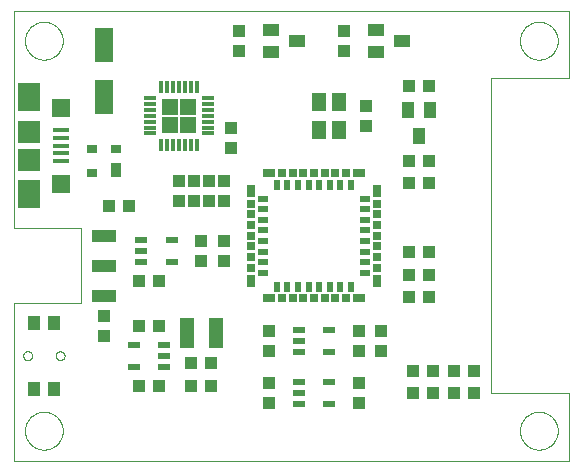
<source format=gtp>
G75*
%MOIN*%
%OFA0B0*%
%FSLAX25Y25*%
%IPPOS*%
%LPD*%
%AMOC8*
5,1,8,0,0,1.08239X$1,22.5*
%
%ADD10C,0.00000*%
%ADD11R,0.06299X0.11811*%
%ADD12R,0.03937X0.04331*%
%ADD13R,0.04331X0.03937*%
%ADD14R,0.05512X0.01575*%
%ADD15R,0.07480X0.07480*%
%ADD16R,0.07480X0.09449*%
%ADD17R,0.05906X0.06299*%
%ADD18R,0.07874X0.03937*%
%ADD19R,0.03543X0.03150*%
%ADD20R,0.03543X0.04724*%
%ADD21R,0.03307X0.01969*%
%ADD22R,0.01969X0.03307*%
%ADD23R,0.02559X0.04331*%
%ADD24R,0.02559X0.02559*%
%ADD25R,0.04331X0.02559*%
%ADD26R,0.05118X0.10039*%
%ADD27R,0.03937X0.04724*%
%ADD28R,0.05512X0.03937*%
%ADD29R,0.03937X0.05512*%
%ADD30R,0.01181X0.04134*%
%ADD31R,0.04134X0.01181*%
%ADD32R,0.05315X0.05315*%
%ADD33R,0.03937X0.02165*%
%ADD34R,0.04724X0.05906*%
D10*
X0017291Y0035785D02*
X0017291Y0088285D01*
X0039791Y0088285D01*
X0039791Y0113285D01*
X0017291Y0113285D01*
X0017291Y0185785D01*
X0202291Y0185785D01*
X0202291Y0163285D01*
X0176291Y0163285D01*
X0176291Y0058285D01*
X0202291Y0058285D01*
X0202291Y0035785D01*
X0017291Y0035785D01*
X0020992Y0045785D02*
X0020994Y0045943D01*
X0021000Y0046101D01*
X0021010Y0046259D01*
X0021024Y0046417D01*
X0021042Y0046574D01*
X0021063Y0046731D01*
X0021089Y0046887D01*
X0021119Y0047043D01*
X0021152Y0047198D01*
X0021190Y0047351D01*
X0021231Y0047504D01*
X0021276Y0047656D01*
X0021325Y0047807D01*
X0021378Y0047956D01*
X0021434Y0048104D01*
X0021494Y0048250D01*
X0021558Y0048395D01*
X0021626Y0048538D01*
X0021697Y0048680D01*
X0021771Y0048820D01*
X0021849Y0048957D01*
X0021931Y0049093D01*
X0022015Y0049227D01*
X0022104Y0049358D01*
X0022195Y0049487D01*
X0022290Y0049614D01*
X0022387Y0049739D01*
X0022488Y0049861D01*
X0022592Y0049980D01*
X0022699Y0050097D01*
X0022809Y0050211D01*
X0022922Y0050322D01*
X0023037Y0050431D01*
X0023155Y0050536D01*
X0023276Y0050638D01*
X0023399Y0050738D01*
X0023525Y0050834D01*
X0023653Y0050927D01*
X0023783Y0051017D01*
X0023916Y0051103D01*
X0024051Y0051187D01*
X0024187Y0051266D01*
X0024326Y0051343D01*
X0024467Y0051415D01*
X0024609Y0051485D01*
X0024753Y0051550D01*
X0024899Y0051612D01*
X0025046Y0051670D01*
X0025195Y0051725D01*
X0025345Y0051776D01*
X0025496Y0051823D01*
X0025648Y0051866D01*
X0025801Y0051905D01*
X0025956Y0051941D01*
X0026111Y0051972D01*
X0026267Y0052000D01*
X0026423Y0052024D01*
X0026580Y0052044D01*
X0026738Y0052060D01*
X0026895Y0052072D01*
X0027054Y0052080D01*
X0027212Y0052084D01*
X0027370Y0052084D01*
X0027528Y0052080D01*
X0027687Y0052072D01*
X0027844Y0052060D01*
X0028002Y0052044D01*
X0028159Y0052024D01*
X0028315Y0052000D01*
X0028471Y0051972D01*
X0028626Y0051941D01*
X0028781Y0051905D01*
X0028934Y0051866D01*
X0029086Y0051823D01*
X0029237Y0051776D01*
X0029387Y0051725D01*
X0029536Y0051670D01*
X0029683Y0051612D01*
X0029829Y0051550D01*
X0029973Y0051485D01*
X0030115Y0051415D01*
X0030256Y0051343D01*
X0030395Y0051266D01*
X0030531Y0051187D01*
X0030666Y0051103D01*
X0030799Y0051017D01*
X0030929Y0050927D01*
X0031057Y0050834D01*
X0031183Y0050738D01*
X0031306Y0050638D01*
X0031427Y0050536D01*
X0031545Y0050431D01*
X0031660Y0050322D01*
X0031773Y0050211D01*
X0031883Y0050097D01*
X0031990Y0049980D01*
X0032094Y0049861D01*
X0032195Y0049739D01*
X0032292Y0049614D01*
X0032387Y0049487D01*
X0032478Y0049358D01*
X0032567Y0049227D01*
X0032651Y0049093D01*
X0032733Y0048957D01*
X0032811Y0048820D01*
X0032885Y0048680D01*
X0032956Y0048538D01*
X0033024Y0048395D01*
X0033088Y0048250D01*
X0033148Y0048104D01*
X0033204Y0047956D01*
X0033257Y0047807D01*
X0033306Y0047656D01*
X0033351Y0047504D01*
X0033392Y0047351D01*
X0033430Y0047198D01*
X0033463Y0047043D01*
X0033493Y0046887D01*
X0033519Y0046731D01*
X0033540Y0046574D01*
X0033558Y0046417D01*
X0033572Y0046259D01*
X0033582Y0046101D01*
X0033588Y0045943D01*
X0033590Y0045785D01*
X0033588Y0045627D01*
X0033582Y0045469D01*
X0033572Y0045311D01*
X0033558Y0045153D01*
X0033540Y0044996D01*
X0033519Y0044839D01*
X0033493Y0044683D01*
X0033463Y0044527D01*
X0033430Y0044372D01*
X0033392Y0044219D01*
X0033351Y0044066D01*
X0033306Y0043914D01*
X0033257Y0043763D01*
X0033204Y0043614D01*
X0033148Y0043466D01*
X0033088Y0043320D01*
X0033024Y0043175D01*
X0032956Y0043032D01*
X0032885Y0042890D01*
X0032811Y0042750D01*
X0032733Y0042613D01*
X0032651Y0042477D01*
X0032567Y0042343D01*
X0032478Y0042212D01*
X0032387Y0042083D01*
X0032292Y0041956D01*
X0032195Y0041831D01*
X0032094Y0041709D01*
X0031990Y0041590D01*
X0031883Y0041473D01*
X0031773Y0041359D01*
X0031660Y0041248D01*
X0031545Y0041139D01*
X0031427Y0041034D01*
X0031306Y0040932D01*
X0031183Y0040832D01*
X0031057Y0040736D01*
X0030929Y0040643D01*
X0030799Y0040553D01*
X0030666Y0040467D01*
X0030531Y0040383D01*
X0030395Y0040304D01*
X0030256Y0040227D01*
X0030115Y0040155D01*
X0029973Y0040085D01*
X0029829Y0040020D01*
X0029683Y0039958D01*
X0029536Y0039900D01*
X0029387Y0039845D01*
X0029237Y0039794D01*
X0029086Y0039747D01*
X0028934Y0039704D01*
X0028781Y0039665D01*
X0028626Y0039629D01*
X0028471Y0039598D01*
X0028315Y0039570D01*
X0028159Y0039546D01*
X0028002Y0039526D01*
X0027844Y0039510D01*
X0027687Y0039498D01*
X0027528Y0039490D01*
X0027370Y0039486D01*
X0027212Y0039486D01*
X0027054Y0039490D01*
X0026895Y0039498D01*
X0026738Y0039510D01*
X0026580Y0039526D01*
X0026423Y0039546D01*
X0026267Y0039570D01*
X0026111Y0039598D01*
X0025956Y0039629D01*
X0025801Y0039665D01*
X0025648Y0039704D01*
X0025496Y0039747D01*
X0025345Y0039794D01*
X0025195Y0039845D01*
X0025046Y0039900D01*
X0024899Y0039958D01*
X0024753Y0040020D01*
X0024609Y0040085D01*
X0024467Y0040155D01*
X0024326Y0040227D01*
X0024187Y0040304D01*
X0024051Y0040383D01*
X0023916Y0040467D01*
X0023783Y0040553D01*
X0023653Y0040643D01*
X0023525Y0040736D01*
X0023399Y0040832D01*
X0023276Y0040932D01*
X0023155Y0041034D01*
X0023037Y0041139D01*
X0022922Y0041248D01*
X0022809Y0041359D01*
X0022699Y0041473D01*
X0022592Y0041590D01*
X0022488Y0041709D01*
X0022387Y0041831D01*
X0022290Y0041956D01*
X0022195Y0042083D01*
X0022104Y0042212D01*
X0022015Y0042343D01*
X0021931Y0042477D01*
X0021849Y0042613D01*
X0021771Y0042750D01*
X0021697Y0042890D01*
X0021626Y0043032D01*
X0021558Y0043175D01*
X0021494Y0043320D01*
X0021434Y0043466D01*
X0021378Y0043614D01*
X0021325Y0043763D01*
X0021276Y0043914D01*
X0021231Y0044066D01*
X0021190Y0044219D01*
X0021152Y0044372D01*
X0021119Y0044527D01*
X0021089Y0044683D01*
X0021063Y0044839D01*
X0021042Y0044996D01*
X0021024Y0045153D01*
X0021010Y0045311D01*
X0021000Y0045469D01*
X0020994Y0045627D01*
X0020992Y0045785D01*
X0020402Y0070785D02*
X0020404Y0070862D01*
X0020410Y0070938D01*
X0020420Y0071014D01*
X0020434Y0071089D01*
X0020451Y0071164D01*
X0020473Y0071237D01*
X0020498Y0071310D01*
X0020528Y0071381D01*
X0020560Y0071450D01*
X0020597Y0071517D01*
X0020636Y0071583D01*
X0020679Y0071646D01*
X0020726Y0071707D01*
X0020775Y0071766D01*
X0020828Y0071822D01*
X0020883Y0071875D01*
X0020941Y0071925D01*
X0021001Y0071972D01*
X0021064Y0072016D01*
X0021129Y0072057D01*
X0021196Y0072094D01*
X0021265Y0072128D01*
X0021335Y0072158D01*
X0021407Y0072184D01*
X0021481Y0072206D01*
X0021555Y0072225D01*
X0021630Y0072240D01*
X0021706Y0072251D01*
X0021782Y0072258D01*
X0021859Y0072261D01*
X0021935Y0072260D01*
X0022012Y0072255D01*
X0022088Y0072246D01*
X0022164Y0072233D01*
X0022238Y0072216D01*
X0022312Y0072196D01*
X0022385Y0072171D01*
X0022456Y0072143D01*
X0022526Y0072111D01*
X0022594Y0072076D01*
X0022660Y0072037D01*
X0022724Y0071995D01*
X0022785Y0071949D01*
X0022845Y0071900D01*
X0022901Y0071849D01*
X0022955Y0071794D01*
X0023006Y0071737D01*
X0023054Y0071677D01*
X0023099Y0071615D01*
X0023140Y0071550D01*
X0023178Y0071484D01*
X0023213Y0071416D01*
X0023243Y0071345D01*
X0023271Y0071274D01*
X0023294Y0071201D01*
X0023314Y0071127D01*
X0023330Y0071052D01*
X0023342Y0070976D01*
X0023350Y0070900D01*
X0023354Y0070823D01*
X0023354Y0070747D01*
X0023350Y0070670D01*
X0023342Y0070594D01*
X0023330Y0070518D01*
X0023314Y0070443D01*
X0023294Y0070369D01*
X0023271Y0070296D01*
X0023243Y0070225D01*
X0023213Y0070154D01*
X0023178Y0070086D01*
X0023140Y0070020D01*
X0023099Y0069955D01*
X0023054Y0069893D01*
X0023006Y0069833D01*
X0022955Y0069776D01*
X0022901Y0069721D01*
X0022845Y0069670D01*
X0022785Y0069621D01*
X0022724Y0069575D01*
X0022660Y0069533D01*
X0022594Y0069494D01*
X0022526Y0069459D01*
X0022456Y0069427D01*
X0022385Y0069399D01*
X0022312Y0069374D01*
X0022238Y0069354D01*
X0022164Y0069337D01*
X0022088Y0069324D01*
X0022012Y0069315D01*
X0021935Y0069310D01*
X0021859Y0069309D01*
X0021782Y0069312D01*
X0021706Y0069319D01*
X0021630Y0069330D01*
X0021555Y0069345D01*
X0021481Y0069364D01*
X0021407Y0069386D01*
X0021335Y0069412D01*
X0021265Y0069442D01*
X0021196Y0069476D01*
X0021129Y0069513D01*
X0021064Y0069554D01*
X0021001Y0069598D01*
X0020941Y0069645D01*
X0020883Y0069695D01*
X0020828Y0069748D01*
X0020775Y0069804D01*
X0020726Y0069863D01*
X0020679Y0069924D01*
X0020636Y0069987D01*
X0020597Y0070053D01*
X0020560Y0070120D01*
X0020528Y0070189D01*
X0020498Y0070260D01*
X0020473Y0070333D01*
X0020451Y0070406D01*
X0020434Y0070481D01*
X0020420Y0070556D01*
X0020410Y0070632D01*
X0020404Y0070708D01*
X0020402Y0070785D01*
X0031229Y0070785D02*
X0031231Y0070862D01*
X0031237Y0070938D01*
X0031247Y0071014D01*
X0031261Y0071089D01*
X0031278Y0071164D01*
X0031300Y0071237D01*
X0031325Y0071310D01*
X0031355Y0071381D01*
X0031387Y0071450D01*
X0031424Y0071517D01*
X0031463Y0071583D01*
X0031506Y0071646D01*
X0031553Y0071707D01*
X0031602Y0071766D01*
X0031655Y0071822D01*
X0031710Y0071875D01*
X0031768Y0071925D01*
X0031828Y0071972D01*
X0031891Y0072016D01*
X0031956Y0072057D01*
X0032023Y0072094D01*
X0032092Y0072128D01*
X0032162Y0072158D01*
X0032234Y0072184D01*
X0032308Y0072206D01*
X0032382Y0072225D01*
X0032457Y0072240D01*
X0032533Y0072251D01*
X0032609Y0072258D01*
X0032686Y0072261D01*
X0032762Y0072260D01*
X0032839Y0072255D01*
X0032915Y0072246D01*
X0032991Y0072233D01*
X0033065Y0072216D01*
X0033139Y0072196D01*
X0033212Y0072171D01*
X0033283Y0072143D01*
X0033353Y0072111D01*
X0033421Y0072076D01*
X0033487Y0072037D01*
X0033551Y0071995D01*
X0033612Y0071949D01*
X0033672Y0071900D01*
X0033728Y0071849D01*
X0033782Y0071794D01*
X0033833Y0071737D01*
X0033881Y0071677D01*
X0033926Y0071615D01*
X0033967Y0071550D01*
X0034005Y0071484D01*
X0034040Y0071416D01*
X0034070Y0071345D01*
X0034098Y0071274D01*
X0034121Y0071201D01*
X0034141Y0071127D01*
X0034157Y0071052D01*
X0034169Y0070976D01*
X0034177Y0070900D01*
X0034181Y0070823D01*
X0034181Y0070747D01*
X0034177Y0070670D01*
X0034169Y0070594D01*
X0034157Y0070518D01*
X0034141Y0070443D01*
X0034121Y0070369D01*
X0034098Y0070296D01*
X0034070Y0070225D01*
X0034040Y0070154D01*
X0034005Y0070086D01*
X0033967Y0070020D01*
X0033926Y0069955D01*
X0033881Y0069893D01*
X0033833Y0069833D01*
X0033782Y0069776D01*
X0033728Y0069721D01*
X0033672Y0069670D01*
X0033612Y0069621D01*
X0033551Y0069575D01*
X0033487Y0069533D01*
X0033421Y0069494D01*
X0033353Y0069459D01*
X0033283Y0069427D01*
X0033212Y0069399D01*
X0033139Y0069374D01*
X0033065Y0069354D01*
X0032991Y0069337D01*
X0032915Y0069324D01*
X0032839Y0069315D01*
X0032762Y0069310D01*
X0032686Y0069309D01*
X0032609Y0069312D01*
X0032533Y0069319D01*
X0032457Y0069330D01*
X0032382Y0069345D01*
X0032308Y0069364D01*
X0032234Y0069386D01*
X0032162Y0069412D01*
X0032092Y0069442D01*
X0032023Y0069476D01*
X0031956Y0069513D01*
X0031891Y0069554D01*
X0031828Y0069598D01*
X0031768Y0069645D01*
X0031710Y0069695D01*
X0031655Y0069748D01*
X0031602Y0069804D01*
X0031553Y0069863D01*
X0031506Y0069924D01*
X0031463Y0069987D01*
X0031424Y0070053D01*
X0031387Y0070120D01*
X0031355Y0070189D01*
X0031325Y0070260D01*
X0031300Y0070333D01*
X0031278Y0070406D01*
X0031261Y0070481D01*
X0031247Y0070556D01*
X0031237Y0070632D01*
X0031231Y0070708D01*
X0031229Y0070785D01*
X0020992Y0175785D02*
X0020994Y0175943D01*
X0021000Y0176101D01*
X0021010Y0176259D01*
X0021024Y0176417D01*
X0021042Y0176574D01*
X0021063Y0176731D01*
X0021089Y0176887D01*
X0021119Y0177043D01*
X0021152Y0177198D01*
X0021190Y0177351D01*
X0021231Y0177504D01*
X0021276Y0177656D01*
X0021325Y0177807D01*
X0021378Y0177956D01*
X0021434Y0178104D01*
X0021494Y0178250D01*
X0021558Y0178395D01*
X0021626Y0178538D01*
X0021697Y0178680D01*
X0021771Y0178820D01*
X0021849Y0178957D01*
X0021931Y0179093D01*
X0022015Y0179227D01*
X0022104Y0179358D01*
X0022195Y0179487D01*
X0022290Y0179614D01*
X0022387Y0179739D01*
X0022488Y0179861D01*
X0022592Y0179980D01*
X0022699Y0180097D01*
X0022809Y0180211D01*
X0022922Y0180322D01*
X0023037Y0180431D01*
X0023155Y0180536D01*
X0023276Y0180638D01*
X0023399Y0180738D01*
X0023525Y0180834D01*
X0023653Y0180927D01*
X0023783Y0181017D01*
X0023916Y0181103D01*
X0024051Y0181187D01*
X0024187Y0181266D01*
X0024326Y0181343D01*
X0024467Y0181415D01*
X0024609Y0181485D01*
X0024753Y0181550D01*
X0024899Y0181612D01*
X0025046Y0181670D01*
X0025195Y0181725D01*
X0025345Y0181776D01*
X0025496Y0181823D01*
X0025648Y0181866D01*
X0025801Y0181905D01*
X0025956Y0181941D01*
X0026111Y0181972D01*
X0026267Y0182000D01*
X0026423Y0182024D01*
X0026580Y0182044D01*
X0026738Y0182060D01*
X0026895Y0182072D01*
X0027054Y0182080D01*
X0027212Y0182084D01*
X0027370Y0182084D01*
X0027528Y0182080D01*
X0027687Y0182072D01*
X0027844Y0182060D01*
X0028002Y0182044D01*
X0028159Y0182024D01*
X0028315Y0182000D01*
X0028471Y0181972D01*
X0028626Y0181941D01*
X0028781Y0181905D01*
X0028934Y0181866D01*
X0029086Y0181823D01*
X0029237Y0181776D01*
X0029387Y0181725D01*
X0029536Y0181670D01*
X0029683Y0181612D01*
X0029829Y0181550D01*
X0029973Y0181485D01*
X0030115Y0181415D01*
X0030256Y0181343D01*
X0030395Y0181266D01*
X0030531Y0181187D01*
X0030666Y0181103D01*
X0030799Y0181017D01*
X0030929Y0180927D01*
X0031057Y0180834D01*
X0031183Y0180738D01*
X0031306Y0180638D01*
X0031427Y0180536D01*
X0031545Y0180431D01*
X0031660Y0180322D01*
X0031773Y0180211D01*
X0031883Y0180097D01*
X0031990Y0179980D01*
X0032094Y0179861D01*
X0032195Y0179739D01*
X0032292Y0179614D01*
X0032387Y0179487D01*
X0032478Y0179358D01*
X0032567Y0179227D01*
X0032651Y0179093D01*
X0032733Y0178957D01*
X0032811Y0178820D01*
X0032885Y0178680D01*
X0032956Y0178538D01*
X0033024Y0178395D01*
X0033088Y0178250D01*
X0033148Y0178104D01*
X0033204Y0177956D01*
X0033257Y0177807D01*
X0033306Y0177656D01*
X0033351Y0177504D01*
X0033392Y0177351D01*
X0033430Y0177198D01*
X0033463Y0177043D01*
X0033493Y0176887D01*
X0033519Y0176731D01*
X0033540Y0176574D01*
X0033558Y0176417D01*
X0033572Y0176259D01*
X0033582Y0176101D01*
X0033588Y0175943D01*
X0033590Y0175785D01*
X0033588Y0175627D01*
X0033582Y0175469D01*
X0033572Y0175311D01*
X0033558Y0175153D01*
X0033540Y0174996D01*
X0033519Y0174839D01*
X0033493Y0174683D01*
X0033463Y0174527D01*
X0033430Y0174372D01*
X0033392Y0174219D01*
X0033351Y0174066D01*
X0033306Y0173914D01*
X0033257Y0173763D01*
X0033204Y0173614D01*
X0033148Y0173466D01*
X0033088Y0173320D01*
X0033024Y0173175D01*
X0032956Y0173032D01*
X0032885Y0172890D01*
X0032811Y0172750D01*
X0032733Y0172613D01*
X0032651Y0172477D01*
X0032567Y0172343D01*
X0032478Y0172212D01*
X0032387Y0172083D01*
X0032292Y0171956D01*
X0032195Y0171831D01*
X0032094Y0171709D01*
X0031990Y0171590D01*
X0031883Y0171473D01*
X0031773Y0171359D01*
X0031660Y0171248D01*
X0031545Y0171139D01*
X0031427Y0171034D01*
X0031306Y0170932D01*
X0031183Y0170832D01*
X0031057Y0170736D01*
X0030929Y0170643D01*
X0030799Y0170553D01*
X0030666Y0170467D01*
X0030531Y0170383D01*
X0030395Y0170304D01*
X0030256Y0170227D01*
X0030115Y0170155D01*
X0029973Y0170085D01*
X0029829Y0170020D01*
X0029683Y0169958D01*
X0029536Y0169900D01*
X0029387Y0169845D01*
X0029237Y0169794D01*
X0029086Y0169747D01*
X0028934Y0169704D01*
X0028781Y0169665D01*
X0028626Y0169629D01*
X0028471Y0169598D01*
X0028315Y0169570D01*
X0028159Y0169546D01*
X0028002Y0169526D01*
X0027844Y0169510D01*
X0027687Y0169498D01*
X0027528Y0169490D01*
X0027370Y0169486D01*
X0027212Y0169486D01*
X0027054Y0169490D01*
X0026895Y0169498D01*
X0026738Y0169510D01*
X0026580Y0169526D01*
X0026423Y0169546D01*
X0026267Y0169570D01*
X0026111Y0169598D01*
X0025956Y0169629D01*
X0025801Y0169665D01*
X0025648Y0169704D01*
X0025496Y0169747D01*
X0025345Y0169794D01*
X0025195Y0169845D01*
X0025046Y0169900D01*
X0024899Y0169958D01*
X0024753Y0170020D01*
X0024609Y0170085D01*
X0024467Y0170155D01*
X0024326Y0170227D01*
X0024187Y0170304D01*
X0024051Y0170383D01*
X0023916Y0170467D01*
X0023783Y0170553D01*
X0023653Y0170643D01*
X0023525Y0170736D01*
X0023399Y0170832D01*
X0023276Y0170932D01*
X0023155Y0171034D01*
X0023037Y0171139D01*
X0022922Y0171248D01*
X0022809Y0171359D01*
X0022699Y0171473D01*
X0022592Y0171590D01*
X0022488Y0171709D01*
X0022387Y0171831D01*
X0022290Y0171956D01*
X0022195Y0172083D01*
X0022104Y0172212D01*
X0022015Y0172343D01*
X0021931Y0172477D01*
X0021849Y0172613D01*
X0021771Y0172750D01*
X0021697Y0172890D01*
X0021626Y0173032D01*
X0021558Y0173175D01*
X0021494Y0173320D01*
X0021434Y0173466D01*
X0021378Y0173614D01*
X0021325Y0173763D01*
X0021276Y0173914D01*
X0021231Y0174066D01*
X0021190Y0174219D01*
X0021152Y0174372D01*
X0021119Y0174527D01*
X0021089Y0174683D01*
X0021063Y0174839D01*
X0021042Y0174996D01*
X0021024Y0175153D01*
X0021010Y0175311D01*
X0021000Y0175469D01*
X0020994Y0175627D01*
X0020992Y0175785D01*
X0185992Y0175785D02*
X0185994Y0175943D01*
X0186000Y0176101D01*
X0186010Y0176259D01*
X0186024Y0176417D01*
X0186042Y0176574D01*
X0186063Y0176731D01*
X0186089Y0176887D01*
X0186119Y0177043D01*
X0186152Y0177198D01*
X0186190Y0177351D01*
X0186231Y0177504D01*
X0186276Y0177656D01*
X0186325Y0177807D01*
X0186378Y0177956D01*
X0186434Y0178104D01*
X0186494Y0178250D01*
X0186558Y0178395D01*
X0186626Y0178538D01*
X0186697Y0178680D01*
X0186771Y0178820D01*
X0186849Y0178957D01*
X0186931Y0179093D01*
X0187015Y0179227D01*
X0187104Y0179358D01*
X0187195Y0179487D01*
X0187290Y0179614D01*
X0187387Y0179739D01*
X0187488Y0179861D01*
X0187592Y0179980D01*
X0187699Y0180097D01*
X0187809Y0180211D01*
X0187922Y0180322D01*
X0188037Y0180431D01*
X0188155Y0180536D01*
X0188276Y0180638D01*
X0188399Y0180738D01*
X0188525Y0180834D01*
X0188653Y0180927D01*
X0188783Y0181017D01*
X0188916Y0181103D01*
X0189051Y0181187D01*
X0189187Y0181266D01*
X0189326Y0181343D01*
X0189467Y0181415D01*
X0189609Y0181485D01*
X0189753Y0181550D01*
X0189899Y0181612D01*
X0190046Y0181670D01*
X0190195Y0181725D01*
X0190345Y0181776D01*
X0190496Y0181823D01*
X0190648Y0181866D01*
X0190801Y0181905D01*
X0190956Y0181941D01*
X0191111Y0181972D01*
X0191267Y0182000D01*
X0191423Y0182024D01*
X0191580Y0182044D01*
X0191738Y0182060D01*
X0191895Y0182072D01*
X0192054Y0182080D01*
X0192212Y0182084D01*
X0192370Y0182084D01*
X0192528Y0182080D01*
X0192687Y0182072D01*
X0192844Y0182060D01*
X0193002Y0182044D01*
X0193159Y0182024D01*
X0193315Y0182000D01*
X0193471Y0181972D01*
X0193626Y0181941D01*
X0193781Y0181905D01*
X0193934Y0181866D01*
X0194086Y0181823D01*
X0194237Y0181776D01*
X0194387Y0181725D01*
X0194536Y0181670D01*
X0194683Y0181612D01*
X0194829Y0181550D01*
X0194973Y0181485D01*
X0195115Y0181415D01*
X0195256Y0181343D01*
X0195395Y0181266D01*
X0195531Y0181187D01*
X0195666Y0181103D01*
X0195799Y0181017D01*
X0195929Y0180927D01*
X0196057Y0180834D01*
X0196183Y0180738D01*
X0196306Y0180638D01*
X0196427Y0180536D01*
X0196545Y0180431D01*
X0196660Y0180322D01*
X0196773Y0180211D01*
X0196883Y0180097D01*
X0196990Y0179980D01*
X0197094Y0179861D01*
X0197195Y0179739D01*
X0197292Y0179614D01*
X0197387Y0179487D01*
X0197478Y0179358D01*
X0197567Y0179227D01*
X0197651Y0179093D01*
X0197733Y0178957D01*
X0197811Y0178820D01*
X0197885Y0178680D01*
X0197956Y0178538D01*
X0198024Y0178395D01*
X0198088Y0178250D01*
X0198148Y0178104D01*
X0198204Y0177956D01*
X0198257Y0177807D01*
X0198306Y0177656D01*
X0198351Y0177504D01*
X0198392Y0177351D01*
X0198430Y0177198D01*
X0198463Y0177043D01*
X0198493Y0176887D01*
X0198519Y0176731D01*
X0198540Y0176574D01*
X0198558Y0176417D01*
X0198572Y0176259D01*
X0198582Y0176101D01*
X0198588Y0175943D01*
X0198590Y0175785D01*
X0198588Y0175627D01*
X0198582Y0175469D01*
X0198572Y0175311D01*
X0198558Y0175153D01*
X0198540Y0174996D01*
X0198519Y0174839D01*
X0198493Y0174683D01*
X0198463Y0174527D01*
X0198430Y0174372D01*
X0198392Y0174219D01*
X0198351Y0174066D01*
X0198306Y0173914D01*
X0198257Y0173763D01*
X0198204Y0173614D01*
X0198148Y0173466D01*
X0198088Y0173320D01*
X0198024Y0173175D01*
X0197956Y0173032D01*
X0197885Y0172890D01*
X0197811Y0172750D01*
X0197733Y0172613D01*
X0197651Y0172477D01*
X0197567Y0172343D01*
X0197478Y0172212D01*
X0197387Y0172083D01*
X0197292Y0171956D01*
X0197195Y0171831D01*
X0197094Y0171709D01*
X0196990Y0171590D01*
X0196883Y0171473D01*
X0196773Y0171359D01*
X0196660Y0171248D01*
X0196545Y0171139D01*
X0196427Y0171034D01*
X0196306Y0170932D01*
X0196183Y0170832D01*
X0196057Y0170736D01*
X0195929Y0170643D01*
X0195799Y0170553D01*
X0195666Y0170467D01*
X0195531Y0170383D01*
X0195395Y0170304D01*
X0195256Y0170227D01*
X0195115Y0170155D01*
X0194973Y0170085D01*
X0194829Y0170020D01*
X0194683Y0169958D01*
X0194536Y0169900D01*
X0194387Y0169845D01*
X0194237Y0169794D01*
X0194086Y0169747D01*
X0193934Y0169704D01*
X0193781Y0169665D01*
X0193626Y0169629D01*
X0193471Y0169598D01*
X0193315Y0169570D01*
X0193159Y0169546D01*
X0193002Y0169526D01*
X0192844Y0169510D01*
X0192687Y0169498D01*
X0192528Y0169490D01*
X0192370Y0169486D01*
X0192212Y0169486D01*
X0192054Y0169490D01*
X0191895Y0169498D01*
X0191738Y0169510D01*
X0191580Y0169526D01*
X0191423Y0169546D01*
X0191267Y0169570D01*
X0191111Y0169598D01*
X0190956Y0169629D01*
X0190801Y0169665D01*
X0190648Y0169704D01*
X0190496Y0169747D01*
X0190345Y0169794D01*
X0190195Y0169845D01*
X0190046Y0169900D01*
X0189899Y0169958D01*
X0189753Y0170020D01*
X0189609Y0170085D01*
X0189467Y0170155D01*
X0189326Y0170227D01*
X0189187Y0170304D01*
X0189051Y0170383D01*
X0188916Y0170467D01*
X0188783Y0170553D01*
X0188653Y0170643D01*
X0188525Y0170736D01*
X0188399Y0170832D01*
X0188276Y0170932D01*
X0188155Y0171034D01*
X0188037Y0171139D01*
X0187922Y0171248D01*
X0187809Y0171359D01*
X0187699Y0171473D01*
X0187592Y0171590D01*
X0187488Y0171709D01*
X0187387Y0171831D01*
X0187290Y0171956D01*
X0187195Y0172083D01*
X0187104Y0172212D01*
X0187015Y0172343D01*
X0186931Y0172477D01*
X0186849Y0172613D01*
X0186771Y0172750D01*
X0186697Y0172890D01*
X0186626Y0173032D01*
X0186558Y0173175D01*
X0186494Y0173320D01*
X0186434Y0173466D01*
X0186378Y0173614D01*
X0186325Y0173763D01*
X0186276Y0173914D01*
X0186231Y0174066D01*
X0186190Y0174219D01*
X0186152Y0174372D01*
X0186119Y0174527D01*
X0186089Y0174683D01*
X0186063Y0174839D01*
X0186042Y0174996D01*
X0186024Y0175153D01*
X0186010Y0175311D01*
X0186000Y0175469D01*
X0185994Y0175627D01*
X0185992Y0175785D01*
X0185992Y0045785D02*
X0185994Y0045943D01*
X0186000Y0046101D01*
X0186010Y0046259D01*
X0186024Y0046417D01*
X0186042Y0046574D01*
X0186063Y0046731D01*
X0186089Y0046887D01*
X0186119Y0047043D01*
X0186152Y0047198D01*
X0186190Y0047351D01*
X0186231Y0047504D01*
X0186276Y0047656D01*
X0186325Y0047807D01*
X0186378Y0047956D01*
X0186434Y0048104D01*
X0186494Y0048250D01*
X0186558Y0048395D01*
X0186626Y0048538D01*
X0186697Y0048680D01*
X0186771Y0048820D01*
X0186849Y0048957D01*
X0186931Y0049093D01*
X0187015Y0049227D01*
X0187104Y0049358D01*
X0187195Y0049487D01*
X0187290Y0049614D01*
X0187387Y0049739D01*
X0187488Y0049861D01*
X0187592Y0049980D01*
X0187699Y0050097D01*
X0187809Y0050211D01*
X0187922Y0050322D01*
X0188037Y0050431D01*
X0188155Y0050536D01*
X0188276Y0050638D01*
X0188399Y0050738D01*
X0188525Y0050834D01*
X0188653Y0050927D01*
X0188783Y0051017D01*
X0188916Y0051103D01*
X0189051Y0051187D01*
X0189187Y0051266D01*
X0189326Y0051343D01*
X0189467Y0051415D01*
X0189609Y0051485D01*
X0189753Y0051550D01*
X0189899Y0051612D01*
X0190046Y0051670D01*
X0190195Y0051725D01*
X0190345Y0051776D01*
X0190496Y0051823D01*
X0190648Y0051866D01*
X0190801Y0051905D01*
X0190956Y0051941D01*
X0191111Y0051972D01*
X0191267Y0052000D01*
X0191423Y0052024D01*
X0191580Y0052044D01*
X0191738Y0052060D01*
X0191895Y0052072D01*
X0192054Y0052080D01*
X0192212Y0052084D01*
X0192370Y0052084D01*
X0192528Y0052080D01*
X0192687Y0052072D01*
X0192844Y0052060D01*
X0193002Y0052044D01*
X0193159Y0052024D01*
X0193315Y0052000D01*
X0193471Y0051972D01*
X0193626Y0051941D01*
X0193781Y0051905D01*
X0193934Y0051866D01*
X0194086Y0051823D01*
X0194237Y0051776D01*
X0194387Y0051725D01*
X0194536Y0051670D01*
X0194683Y0051612D01*
X0194829Y0051550D01*
X0194973Y0051485D01*
X0195115Y0051415D01*
X0195256Y0051343D01*
X0195395Y0051266D01*
X0195531Y0051187D01*
X0195666Y0051103D01*
X0195799Y0051017D01*
X0195929Y0050927D01*
X0196057Y0050834D01*
X0196183Y0050738D01*
X0196306Y0050638D01*
X0196427Y0050536D01*
X0196545Y0050431D01*
X0196660Y0050322D01*
X0196773Y0050211D01*
X0196883Y0050097D01*
X0196990Y0049980D01*
X0197094Y0049861D01*
X0197195Y0049739D01*
X0197292Y0049614D01*
X0197387Y0049487D01*
X0197478Y0049358D01*
X0197567Y0049227D01*
X0197651Y0049093D01*
X0197733Y0048957D01*
X0197811Y0048820D01*
X0197885Y0048680D01*
X0197956Y0048538D01*
X0198024Y0048395D01*
X0198088Y0048250D01*
X0198148Y0048104D01*
X0198204Y0047956D01*
X0198257Y0047807D01*
X0198306Y0047656D01*
X0198351Y0047504D01*
X0198392Y0047351D01*
X0198430Y0047198D01*
X0198463Y0047043D01*
X0198493Y0046887D01*
X0198519Y0046731D01*
X0198540Y0046574D01*
X0198558Y0046417D01*
X0198572Y0046259D01*
X0198582Y0046101D01*
X0198588Y0045943D01*
X0198590Y0045785D01*
X0198588Y0045627D01*
X0198582Y0045469D01*
X0198572Y0045311D01*
X0198558Y0045153D01*
X0198540Y0044996D01*
X0198519Y0044839D01*
X0198493Y0044683D01*
X0198463Y0044527D01*
X0198430Y0044372D01*
X0198392Y0044219D01*
X0198351Y0044066D01*
X0198306Y0043914D01*
X0198257Y0043763D01*
X0198204Y0043614D01*
X0198148Y0043466D01*
X0198088Y0043320D01*
X0198024Y0043175D01*
X0197956Y0043032D01*
X0197885Y0042890D01*
X0197811Y0042750D01*
X0197733Y0042613D01*
X0197651Y0042477D01*
X0197567Y0042343D01*
X0197478Y0042212D01*
X0197387Y0042083D01*
X0197292Y0041956D01*
X0197195Y0041831D01*
X0197094Y0041709D01*
X0196990Y0041590D01*
X0196883Y0041473D01*
X0196773Y0041359D01*
X0196660Y0041248D01*
X0196545Y0041139D01*
X0196427Y0041034D01*
X0196306Y0040932D01*
X0196183Y0040832D01*
X0196057Y0040736D01*
X0195929Y0040643D01*
X0195799Y0040553D01*
X0195666Y0040467D01*
X0195531Y0040383D01*
X0195395Y0040304D01*
X0195256Y0040227D01*
X0195115Y0040155D01*
X0194973Y0040085D01*
X0194829Y0040020D01*
X0194683Y0039958D01*
X0194536Y0039900D01*
X0194387Y0039845D01*
X0194237Y0039794D01*
X0194086Y0039747D01*
X0193934Y0039704D01*
X0193781Y0039665D01*
X0193626Y0039629D01*
X0193471Y0039598D01*
X0193315Y0039570D01*
X0193159Y0039546D01*
X0193002Y0039526D01*
X0192844Y0039510D01*
X0192687Y0039498D01*
X0192528Y0039490D01*
X0192370Y0039486D01*
X0192212Y0039486D01*
X0192054Y0039490D01*
X0191895Y0039498D01*
X0191738Y0039510D01*
X0191580Y0039526D01*
X0191423Y0039546D01*
X0191267Y0039570D01*
X0191111Y0039598D01*
X0190956Y0039629D01*
X0190801Y0039665D01*
X0190648Y0039704D01*
X0190496Y0039747D01*
X0190345Y0039794D01*
X0190195Y0039845D01*
X0190046Y0039900D01*
X0189899Y0039958D01*
X0189753Y0040020D01*
X0189609Y0040085D01*
X0189467Y0040155D01*
X0189326Y0040227D01*
X0189187Y0040304D01*
X0189051Y0040383D01*
X0188916Y0040467D01*
X0188783Y0040553D01*
X0188653Y0040643D01*
X0188525Y0040736D01*
X0188399Y0040832D01*
X0188276Y0040932D01*
X0188155Y0041034D01*
X0188037Y0041139D01*
X0187922Y0041248D01*
X0187809Y0041359D01*
X0187699Y0041473D01*
X0187592Y0041590D01*
X0187488Y0041709D01*
X0187387Y0041831D01*
X0187290Y0041956D01*
X0187195Y0042083D01*
X0187104Y0042212D01*
X0187015Y0042343D01*
X0186931Y0042477D01*
X0186849Y0042613D01*
X0186771Y0042750D01*
X0186697Y0042890D01*
X0186626Y0043032D01*
X0186558Y0043175D01*
X0186494Y0043320D01*
X0186434Y0043466D01*
X0186378Y0043614D01*
X0186325Y0043763D01*
X0186276Y0043914D01*
X0186231Y0044066D01*
X0186190Y0044219D01*
X0186152Y0044372D01*
X0186119Y0044527D01*
X0186089Y0044683D01*
X0186063Y0044839D01*
X0186042Y0044996D01*
X0186024Y0045153D01*
X0186010Y0045311D01*
X0186000Y0045469D01*
X0185994Y0045627D01*
X0185992Y0045785D01*
D11*
X0047291Y0157124D03*
X0047291Y0174447D03*
D12*
X0089791Y0146632D03*
X0089791Y0139939D03*
X0087291Y0129132D03*
X0082291Y0129132D03*
X0077291Y0129132D03*
X0072291Y0129132D03*
X0072291Y0122439D03*
X0077291Y0122439D03*
X0082291Y0122439D03*
X0087291Y0122439D03*
X0087291Y0109132D03*
X0087291Y0102439D03*
X0079791Y0102439D03*
X0079791Y0109132D03*
X0102291Y0079132D03*
X0102291Y0072439D03*
X0102291Y0061632D03*
X0102291Y0054939D03*
X0132291Y0054939D03*
X0132291Y0061632D03*
X0132291Y0072439D03*
X0132291Y0079132D03*
X0139791Y0079132D03*
X0139791Y0072439D03*
X0134791Y0147439D03*
X0134791Y0154132D03*
X0127291Y0172439D03*
X0127291Y0179132D03*
X0092291Y0179132D03*
X0092291Y0172439D03*
X0047291Y0084132D03*
X0047291Y0077439D03*
D13*
X0058945Y0080785D03*
X0065638Y0080785D03*
X0076445Y0068285D03*
X0083138Y0068285D03*
X0083138Y0060785D03*
X0076445Y0060785D03*
X0065638Y0060785D03*
X0058945Y0060785D03*
X0058945Y0095785D03*
X0065638Y0095785D03*
X0055638Y0120785D03*
X0048945Y0120785D03*
X0148945Y0128285D03*
X0155638Y0128285D03*
X0155638Y0135785D03*
X0148945Y0135785D03*
X0148945Y0160785D03*
X0155638Y0160785D03*
X0155638Y0105285D03*
X0148945Y0105285D03*
X0148945Y0097785D03*
X0155638Y0097785D03*
X0155638Y0090285D03*
X0148945Y0090285D03*
X0150445Y0065785D03*
X0150445Y0058285D03*
X0157138Y0058285D03*
X0163945Y0058285D03*
X0170638Y0058285D03*
X0170638Y0065785D03*
X0163945Y0065785D03*
X0157138Y0065785D03*
D14*
X0033118Y0135667D03*
X0033118Y0138226D03*
X0033118Y0140785D03*
X0033118Y0143344D03*
X0033118Y0145903D03*
D15*
X0022291Y0145510D03*
X0022291Y0136061D03*
D16*
X0022291Y0124643D03*
X0022291Y0156927D03*
D17*
X0032921Y0153384D03*
X0032921Y0128187D03*
D18*
X0047291Y0110785D03*
X0047291Y0100785D03*
X0047291Y0090785D03*
D19*
X0043354Y0131848D03*
X0043354Y0139722D03*
X0051228Y0139722D03*
D20*
X0051228Y0132636D03*
D21*
X0100323Y0123187D03*
X0100323Y0119643D03*
X0100323Y0116100D03*
X0100323Y0112557D03*
X0100323Y0109013D03*
X0100323Y0105470D03*
X0100323Y0101927D03*
X0100323Y0098384D03*
X0134260Y0098384D03*
X0134260Y0101927D03*
X0134260Y0105470D03*
X0134260Y0109013D03*
X0134260Y0112557D03*
X0134260Y0116100D03*
X0134260Y0119643D03*
X0134260Y0123187D03*
D22*
X0129693Y0127754D03*
X0126150Y0127754D03*
X0122606Y0127754D03*
X0119063Y0127754D03*
X0115520Y0127754D03*
X0111976Y0127754D03*
X0108433Y0127754D03*
X0104890Y0127754D03*
X0104890Y0093817D03*
X0108433Y0093817D03*
X0111976Y0093817D03*
X0115520Y0093817D03*
X0119063Y0093817D03*
X0122606Y0093817D03*
X0126150Y0093817D03*
X0129693Y0093817D03*
D23*
X0138177Y0095726D03*
X0138177Y0125844D03*
X0096406Y0125844D03*
X0096406Y0095726D03*
D24*
X0096406Y0100155D03*
X0096406Y0103699D03*
X0096406Y0107242D03*
X0096406Y0110785D03*
X0096406Y0114328D03*
X0096406Y0117872D03*
X0096406Y0121415D03*
X0106661Y0131671D03*
X0110205Y0131671D03*
X0113748Y0131671D03*
X0117291Y0131671D03*
X0120835Y0131671D03*
X0124378Y0131671D03*
X0127921Y0131671D03*
X0138177Y0121415D03*
X0138177Y0117872D03*
X0138177Y0114328D03*
X0138177Y0110785D03*
X0138177Y0107242D03*
X0138177Y0103699D03*
X0138177Y0100155D03*
X0127921Y0089899D03*
X0124378Y0089899D03*
X0120835Y0089899D03*
X0117291Y0089899D03*
X0113748Y0089899D03*
X0110205Y0089899D03*
X0106661Y0089899D03*
D25*
X0102232Y0089899D03*
X0132350Y0089899D03*
X0132350Y0131671D03*
X0102232Y0131671D03*
D26*
X0084713Y0078285D03*
X0074870Y0078285D03*
D27*
X0030638Y0081809D03*
X0023945Y0081809D03*
X0023945Y0059762D03*
X0030638Y0059762D03*
D28*
X0102961Y0172045D03*
X0102961Y0179525D03*
X0111622Y0175785D03*
X0137961Y0172045D03*
X0137961Y0179525D03*
X0146622Y0175785D03*
D29*
X0148551Y0152616D03*
X0156031Y0152616D03*
X0152291Y0143954D03*
D30*
X0078197Y0141139D03*
X0076228Y0141139D03*
X0074260Y0141139D03*
X0072291Y0141139D03*
X0070323Y0141139D03*
X0068354Y0141139D03*
X0066386Y0141139D03*
X0066386Y0160431D03*
X0068354Y0160431D03*
X0070323Y0160431D03*
X0072291Y0160431D03*
X0074260Y0160431D03*
X0076228Y0160431D03*
X0078197Y0160431D03*
D31*
X0081937Y0156691D03*
X0081937Y0154722D03*
X0081937Y0152754D03*
X0081937Y0150785D03*
X0081937Y0148817D03*
X0081937Y0146848D03*
X0081937Y0144880D03*
X0062646Y0144880D03*
X0062646Y0146848D03*
X0062646Y0148817D03*
X0062646Y0150785D03*
X0062646Y0152754D03*
X0062646Y0154722D03*
X0062646Y0156691D03*
D32*
X0069240Y0153836D03*
X0069240Y0147734D03*
X0075343Y0147734D03*
X0075343Y0153836D03*
D33*
X0069909Y0109525D03*
X0069909Y0102045D03*
X0059673Y0102045D03*
X0059673Y0105785D03*
X0059673Y0109525D03*
X0057173Y0074525D03*
X0057173Y0067045D03*
X0067409Y0067045D03*
X0067409Y0070785D03*
X0067409Y0074525D03*
X0112173Y0075785D03*
X0112173Y0079525D03*
X0112173Y0072045D03*
X0112173Y0062025D03*
X0112173Y0058285D03*
X0112173Y0054545D03*
X0122409Y0054545D03*
X0122409Y0062025D03*
X0122409Y0072045D03*
X0122409Y0079525D03*
D34*
X0125638Y0146061D03*
X0118945Y0146061D03*
X0118945Y0155510D03*
X0125638Y0155510D03*
M02*

</source>
